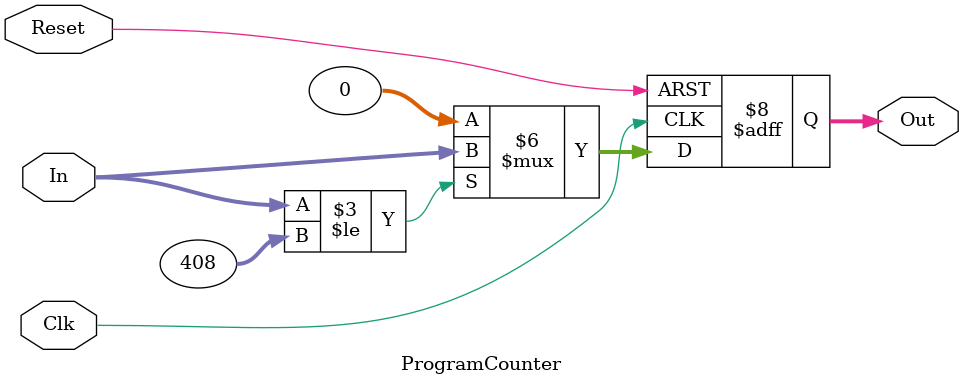
<source format=v>
`timescale 1ns / 1ps


module ProgramCounter(In, Out, Reset, Clk);

	input [31:0] In;
	input Reset, Clk;

	output reg [31:0] Out = 0;
    
    always @(posedge Clk, posedge Reset) begin
        if(Reset == 1)begin
            Out <= 0;
        end else begin
            if(In <= 408)begin
                Out <= In;
            end else begin
                Out <= 0;
            end
        end
    end

endmodule


</source>
